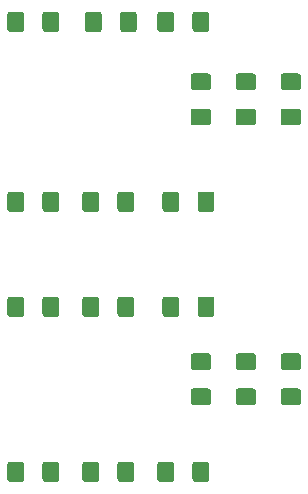
<source format=gbr>
%TF.GenerationSoftware,KiCad,Pcbnew,(5.1.6-0-10_14)*%
%TF.CreationDate,2022-08-31T19:30:09-05:00*%
%TF.ProjectId,pico_controller1,7069636f-5f63-46f6-9e74-726f6c6c6572,V01*%
%TF.SameCoordinates,Original*%
%TF.FileFunction,Paste,Top*%
%TF.FilePolarity,Positive*%
%FSLAX46Y46*%
G04 Gerber Fmt 4.6, Leading zero omitted, Abs format (unit mm)*
G04 Created by KiCad (PCBNEW (5.1.6-0-10_14)) date 2022-08-31 19:30:09*
%MOMM*%
%LPD*%
G01*
G04 APERTURE LIST*
G04 APERTURE END LIST*
%TO.C,C1*%
G36*
G01*
X216525000Y-111202500D02*
X215275000Y-111202500D01*
G75*
G02*
X215025000Y-110952500I0J250000D01*
G01*
X215025000Y-110027500D01*
G75*
G02*
X215275000Y-109777500I250000J0D01*
G01*
X216525000Y-109777500D01*
G75*
G02*
X216775000Y-110027500I0J-250000D01*
G01*
X216775000Y-110952500D01*
G75*
G02*
X216525000Y-111202500I-250000J0D01*
G01*
G37*
G36*
G01*
X216525000Y-108227500D02*
X215275000Y-108227500D01*
G75*
G02*
X215025000Y-107977500I0J250000D01*
G01*
X215025000Y-107052500D01*
G75*
G02*
X215275000Y-106802500I250000J0D01*
G01*
X216525000Y-106802500D01*
G75*
G02*
X216775000Y-107052500I0J-250000D01*
G01*
X216775000Y-107977500D01*
G75*
G02*
X216525000Y-108227500I-250000J0D01*
G01*
G37*
%TD*%
%TO.C,C2*%
G36*
G01*
X216525000Y-84532500D02*
X215275000Y-84532500D01*
G75*
G02*
X215025000Y-84282500I0J250000D01*
G01*
X215025000Y-83357500D01*
G75*
G02*
X215275000Y-83107500I250000J0D01*
G01*
X216525000Y-83107500D01*
G75*
G02*
X216775000Y-83357500I0J-250000D01*
G01*
X216775000Y-84282500D01*
G75*
G02*
X216525000Y-84532500I-250000J0D01*
G01*
G37*
G36*
G01*
X216525000Y-87507500D02*
X215275000Y-87507500D01*
G75*
G02*
X215025000Y-87257500I0J250000D01*
G01*
X215025000Y-86332500D01*
G75*
G02*
X215275000Y-86082500I250000J0D01*
G01*
X216525000Y-86082500D01*
G75*
G02*
X216775000Y-86332500I0J-250000D01*
G01*
X216775000Y-87257500D01*
G75*
G02*
X216525000Y-87507500I-250000J0D01*
G01*
G37*
%TD*%
%TO.C,C3*%
G36*
G01*
X205027500Y-103495000D02*
X205027500Y-102245000D01*
G75*
G02*
X205277500Y-101995000I250000J0D01*
G01*
X206202500Y-101995000D01*
G75*
G02*
X206452500Y-102245000I0J-250000D01*
G01*
X206452500Y-103495000D01*
G75*
G02*
X206202500Y-103745000I-250000J0D01*
G01*
X205277500Y-103745000D01*
G75*
G02*
X205027500Y-103495000I0J250000D01*
G01*
G37*
G36*
G01*
X208002500Y-103495000D02*
X208002500Y-102245000D01*
G75*
G02*
X208252500Y-101995000I250000J0D01*
G01*
X209177500Y-101995000D01*
G75*
G02*
X209427500Y-102245000I0J-250000D01*
G01*
X209427500Y-103495000D01*
G75*
G02*
X209177500Y-103745000I-250000J0D01*
G01*
X208252500Y-103745000D01*
G75*
G02*
X208002500Y-103495000I0J250000D01*
G01*
G37*
%TD*%
%TO.C,C4*%
G36*
G01*
X207567500Y-117465000D02*
X207567500Y-116215000D01*
G75*
G02*
X207817500Y-115965000I250000J0D01*
G01*
X208742500Y-115965000D01*
G75*
G02*
X208992500Y-116215000I0J-250000D01*
G01*
X208992500Y-117465000D01*
G75*
G02*
X208742500Y-117715000I-250000J0D01*
G01*
X207817500Y-117715000D01*
G75*
G02*
X207567500Y-117465000I0J250000D01*
G01*
G37*
G36*
G01*
X204592500Y-117465000D02*
X204592500Y-116215000D01*
G75*
G02*
X204842500Y-115965000I250000J0D01*
G01*
X205767500Y-115965000D01*
G75*
G02*
X206017500Y-116215000I0J-250000D01*
G01*
X206017500Y-117465000D01*
G75*
G02*
X205767500Y-117715000I-250000J0D01*
G01*
X204842500Y-117715000D01*
G75*
G02*
X204592500Y-117465000I0J250000D01*
G01*
G37*
%TD*%
%TO.C,C5*%
G36*
G01*
X204592500Y-79365000D02*
X204592500Y-78115000D01*
G75*
G02*
X204842500Y-77865000I250000J0D01*
G01*
X205767500Y-77865000D01*
G75*
G02*
X206017500Y-78115000I0J-250000D01*
G01*
X206017500Y-79365000D01*
G75*
G02*
X205767500Y-79615000I-250000J0D01*
G01*
X204842500Y-79615000D01*
G75*
G02*
X204592500Y-79365000I0J250000D01*
G01*
G37*
G36*
G01*
X207567500Y-79365000D02*
X207567500Y-78115000D01*
G75*
G02*
X207817500Y-77865000I250000J0D01*
G01*
X208742500Y-77865000D01*
G75*
G02*
X208992500Y-78115000I0J-250000D01*
G01*
X208992500Y-79365000D01*
G75*
G02*
X208742500Y-79615000I-250000J0D01*
G01*
X207817500Y-79615000D01*
G75*
G02*
X207567500Y-79365000I0J250000D01*
G01*
G37*
%TD*%
%TO.C,C6*%
G36*
G01*
X208002500Y-94605000D02*
X208002500Y-93355000D01*
G75*
G02*
X208252500Y-93105000I250000J0D01*
G01*
X209177500Y-93105000D01*
G75*
G02*
X209427500Y-93355000I0J-250000D01*
G01*
X209427500Y-94605000D01*
G75*
G02*
X209177500Y-94855000I-250000J0D01*
G01*
X208252500Y-94855000D01*
G75*
G02*
X208002500Y-94605000I0J250000D01*
G01*
G37*
G36*
G01*
X205027500Y-94605000D02*
X205027500Y-93355000D01*
G75*
G02*
X205277500Y-93105000I250000J0D01*
G01*
X206202500Y-93105000D01*
G75*
G02*
X206452500Y-93355000I0J-250000D01*
G01*
X206452500Y-94605000D01*
G75*
G02*
X206202500Y-94855000I-250000J0D01*
G01*
X205277500Y-94855000D01*
G75*
G02*
X205027500Y-94605000I0J250000D01*
G01*
G37*
%TD*%
%TO.C,R1*%
G36*
G01*
X212715000Y-111202500D02*
X211465000Y-111202500D01*
G75*
G02*
X211215000Y-110952500I0J250000D01*
G01*
X211215000Y-110027500D01*
G75*
G02*
X211465000Y-109777500I250000J0D01*
G01*
X212715000Y-109777500D01*
G75*
G02*
X212965000Y-110027500I0J-250000D01*
G01*
X212965000Y-110952500D01*
G75*
G02*
X212715000Y-111202500I-250000J0D01*
G01*
G37*
G36*
G01*
X212715000Y-108227500D02*
X211465000Y-108227500D01*
G75*
G02*
X211215000Y-107977500I0J250000D01*
G01*
X211215000Y-107052500D01*
G75*
G02*
X211465000Y-106802500I250000J0D01*
G01*
X212715000Y-106802500D01*
G75*
G02*
X212965000Y-107052500I0J-250000D01*
G01*
X212965000Y-107977500D01*
G75*
G02*
X212715000Y-108227500I-250000J0D01*
G01*
G37*
%TD*%
%TO.C,R2*%
G36*
G01*
X208905000Y-87507500D02*
X207655000Y-87507500D01*
G75*
G02*
X207405000Y-87257500I0J250000D01*
G01*
X207405000Y-86332500D01*
G75*
G02*
X207655000Y-86082500I250000J0D01*
G01*
X208905000Y-86082500D01*
G75*
G02*
X209155000Y-86332500I0J-250000D01*
G01*
X209155000Y-87257500D01*
G75*
G02*
X208905000Y-87507500I-250000J0D01*
G01*
G37*
G36*
G01*
X208905000Y-84532500D02*
X207655000Y-84532500D01*
G75*
G02*
X207405000Y-84282500I0J250000D01*
G01*
X207405000Y-83357500D01*
G75*
G02*
X207655000Y-83107500I250000J0D01*
G01*
X208905000Y-83107500D01*
G75*
G02*
X209155000Y-83357500I0J-250000D01*
G01*
X209155000Y-84282500D01*
G75*
G02*
X208905000Y-84532500I-250000J0D01*
G01*
G37*
%TD*%
%TO.C,R3*%
G36*
G01*
X207655000Y-109777500D02*
X208905000Y-109777500D01*
G75*
G02*
X209155000Y-110027500I0J-250000D01*
G01*
X209155000Y-110952500D01*
G75*
G02*
X208905000Y-111202500I-250000J0D01*
G01*
X207655000Y-111202500D01*
G75*
G02*
X207405000Y-110952500I0J250000D01*
G01*
X207405000Y-110027500D01*
G75*
G02*
X207655000Y-109777500I250000J0D01*
G01*
G37*
G36*
G01*
X207655000Y-106802500D02*
X208905000Y-106802500D01*
G75*
G02*
X209155000Y-107052500I0J-250000D01*
G01*
X209155000Y-107977500D01*
G75*
G02*
X208905000Y-108227500I-250000J0D01*
G01*
X207655000Y-108227500D01*
G75*
G02*
X207405000Y-107977500I0J250000D01*
G01*
X207405000Y-107052500D01*
G75*
G02*
X207655000Y-106802500I250000J0D01*
G01*
G37*
%TD*%
%TO.C,R4*%
G36*
G01*
X211465000Y-86082500D02*
X212715000Y-86082500D01*
G75*
G02*
X212965000Y-86332500I0J-250000D01*
G01*
X212965000Y-87257500D01*
G75*
G02*
X212715000Y-87507500I-250000J0D01*
G01*
X211465000Y-87507500D01*
G75*
G02*
X211215000Y-87257500I0J250000D01*
G01*
X211215000Y-86332500D01*
G75*
G02*
X211465000Y-86082500I250000J0D01*
G01*
G37*
G36*
G01*
X211465000Y-83107500D02*
X212715000Y-83107500D01*
G75*
G02*
X212965000Y-83357500I0J-250000D01*
G01*
X212965000Y-84282500D01*
G75*
G02*
X212715000Y-84532500I-250000J0D01*
G01*
X211465000Y-84532500D01*
G75*
G02*
X211215000Y-84282500I0J250000D01*
G01*
X211215000Y-83357500D01*
G75*
G02*
X211465000Y-83107500I250000J0D01*
G01*
G37*
%TD*%
%TO.C,R5*%
G36*
G01*
X194867500Y-103495000D02*
X194867500Y-102245000D01*
G75*
G02*
X195117500Y-101995000I250000J0D01*
G01*
X196042500Y-101995000D01*
G75*
G02*
X196292500Y-102245000I0J-250000D01*
G01*
X196292500Y-103495000D01*
G75*
G02*
X196042500Y-103745000I-250000J0D01*
G01*
X195117500Y-103745000D01*
G75*
G02*
X194867500Y-103495000I0J250000D01*
G01*
G37*
G36*
G01*
X191892500Y-103495000D02*
X191892500Y-102245000D01*
G75*
G02*
X192142500Y-101995000I250000J0D01*
G01*
X193067500Y-101995000D01*
G75*
G02*
X193317500Y-102245000I0J-250000D01*
G01*
X193317500Y-103495000D01*
G75*
G02*
X193067500Y-103745000I-250000J0D01*
G01*
X192142500Y-103745000D01*
G75*
G02*
X191892500Y-103495000I0J250000D01*
G01*
G37*
%TD*%
%TO.C,R6*%
G36*
G01*
X191892500Y-117465000D02*
X191892500Y-116215000D01*
G75*
G02*
X192142500Y-115965000I250000J0D01*
G01*
X193067500Y-115965000D01*
G75*
G02*
X193317500Y-116215000I0J-250000D01*
G01*
X193317500Y-117465000D01*
G75*
G02*
X193067500Y-117715000I-250000J0D01*
G01*
X192142500Y-117715000D01*
G75*
G02*
X191892500Y-117465000I0J250000D01*
G01*
G37*
G36*
G01*
X194867500Y-117465000D02*
X194867500Y-116215000D01*
G75*
G02*
X195117500Y-115965000I250000J0D01*
G01*
X196042500Y-115965000D01*
G75*
G02*
X196292500Y-116215000I0J-250000D01*
G01*
X196292500Y-117465000D01*
G75*
G02*
X196042500Y-117715000I-250000J0D01*
G01*
X195117500Y-117715000D01*
G75*
G02*
X194867500Y-117465000I0J250000D01*
G01*
G37*
%TD*%
%TO.C,R7*%
G36*
G01*
X194867500Y-79365000D02*
X194867500Y-78115000D01*
G75*
G02*
X195117500Y-77865000I250000J0D01*
G01*
X196042500Y-77865000D01*
G75*
G02*
X196292500Y-78115000I0J-250000D01*
G01*
X196292500Y-79365000D01*
G75*
G02*
X196042500Y-79615000I-250000J0D01*
G01*
X195117500Y-79615000D01*
G75*
G02*
X194867500Y-79365000I0J250000D01*
G01*
G37*
G36*
G01*
X191892500Y-79365000D02*
X191892500Y-78115000D01*
G75*
G02*
X192142500Y-77865000I250000J0D01*
G01*
X193067500Y-77865000D01*
G75*
G02*
X193317500Y-78115000I0J-250000D01*
G01*
X193317500Y-79365000D01*
G75*
G02*
X193067500Y-79615000I-250000J0D01*
G01*
X192142500Y-79615000D01*
G75*
G02*
X191892500Y-79365000I0J250000D01*
G01*
G37*
%TD*%
%TO.C,R8*%
G36*
G01*
X191892500Y-94605000D02*
X191892500Y-93355000D01*
G75*
G02*
X192142500Y-93105000I250000J0D01*
G01*
X193067500Y-93105000D01*
G75*
G02*
X193317500Y-93355000I0J-250000D01*
G01*
X193317500Y-94605000D01*
G75*
G02*
X193067500Y-94855000I-250000J0D01*
G01*
X192142500Y-94855000D01*
G75*
G02*
X191892500Y-94605000I0J250000D01*
G01*
G37*
G36*
G01*
X194867500Y-94605000D02*
X194867500Y-93355000D01*
G75*
G02*
X195117500Y-93105000I250000J0D01*
G01*
X196042500Y-93105000D01*
G75*
G02*
X196292500Y-93355000I0J-250000D01*
G01*
X196292500Y-94605000D01*
G75*
G02*
X196042500Y-94855000I-250000J0D01*
G01*
X195117500Y-94855000D01*
G75*
G02*
X194867500Y-94605000I0J250000D01*
G01*
G37*
%TD*%
%TO.C,R9*%
G36*
G01*
X198242500Y-103495000D02*
X198242500Y-102245000D01*
G75*
G02*
X198492500Y-101995000I250000J0D01*
G01*
X199417500Y-101995000D01*
G75*
G02*
X199667500Y-102245000I0J-250000D01*
G01*
X199667500Y-103495000D01*
G75*
G02*
X199417500Y-103745000I-250000J0D01*
G01*
X198492500Y-103745000D01*
G75*
G02*
X198242500Y-103495000I0J250000D01*
G01*
G37*
G36*
G01*
X201217500Y-103495000D02*
X201217500Y-102245000D01*
G75*
G02*
X201467500Y-101995000I250000J0D01*
G01*
X202392500Y-101995000D01*
G75*
G02*
X202642500Y-102245000I0J-250000D01*
G01*
X202642500Y-103495000D01*
G75*
G02*
X202392500Y-103745000I-250000J0D01*
G01*
X201467500Y-103745000D01*
G75*
G02*
X201217500Y-103495000I0J250000D01*
G01*
G37*
%TD*%
%TO.C,R10*%
G36*
G01*
X199667500Y-116215000D02*
X199667500Y-117465000D01*
G75*
G02*
X199417500Y-117715000I-250000J0D01*
G01*
X198492500Y-117715000D01*
G75*
G02*
X198242500Y-117465000I0J250000D01*
G01*
X198242500Y-116215000D01*
G75*
G02*
X198492500Y-115965000I250000J0D01*
G01*
X199417500Y-115965000D01*
G75*
G02*
X199667500Y-116215000I0J-250000D01*
G01*
G37*
G36*
G01*
X202642500Y-116215000D02*
X202642500Y-117465000D01*
G75*
G02*
X202392500Y-117715000I-250000J0D01*
G01*
X201467500Y-117715000D01*
G75*
G02*
X201217500Y-117465000I0J250000D01*
G01*
X201217500Y-116215000D01*
G75*
G02*
X201467500Y-115965000I250000J0D01*
G01*
X202392500Y-115965000D01*
G75*
G02*
X202642500Y-116215000I0J-250000D01*
G01*
G37*
%TD*%
%TO.C,R11*%
G36*
G01*
X198460000Y-79365000D02*
X198460000Y-78115000D01*
G75*
G02*
X198710000Y-77865000I250000J0D01*
G01*
X199635000Y-77865000D01*
G75*
G02*
X199885000Y-78115000I0J-250000D01*
G01*
X199885000Y-79365000D01*
G75*
G02*
X199635000Y-79615000I-250000J0D01*
G01*
X198710000Y-79615000D01*
G75*
G02*
X198460000Y-79365000I0J250000D01*
G01*
G37*
G36*
G01*
X201435000Y-79365000D02*
X201435000Y-78115000D01*
G75*
G02*
X201685000Y-77865000I250000J0D01*
G01*
X202610000Y-77865000D01*
G75*
G02*
X202860000Y-78115000I0J-250000D01*
G01*
X202860000Y-79365000D01*
G75*
G02*
X202610000Y-79615000I-250000J0D01*
G01*
X201685000Y-79615000D01*
G75*
G02*
X201435000Y-79365000I0J250000D01*
G01*
G37*
%TD*%
%TO.C,R12*%
G36*
G01*
X199667500Y-93355000D02*
X199667500Y-94605000D01*
G75*
G02*
X199417500Y-94855000I-250000J0D01*
G01*
X198492500Y-94855000D01*
G75*
G02*
X198242500Y-94605000I0J250000D01*
G01*
X198242500Y-93355000D01*
G75*
G02*
X198492500Y-93105000I250000J0D01*
G01*
X199417500Y-93105000D01*
G75*
G02*
X199667500Y-93355000I0J-250000D01*
G01*
G37*
G36*
G01*
X202642500Y-93355000D02*
X202642500Y-94605000D01*
G75*
G02*
X202392500Y-94855000I-250000J0D01*
G01*
X201467500Y-94855000D01*
G75*
G02*
X201217500Y-94605000I0J250000D01*
G01*
X201217500Y-93355000D01*
G75*
G02*
X201467500Y-93105000I250000J0D01*
G01*
X202392500Y-93105000D01*
G75*
G02*
X202642500Y-93355000I0J-250000D01*
G01*
G37*
%TD*%
M02*

</source>
